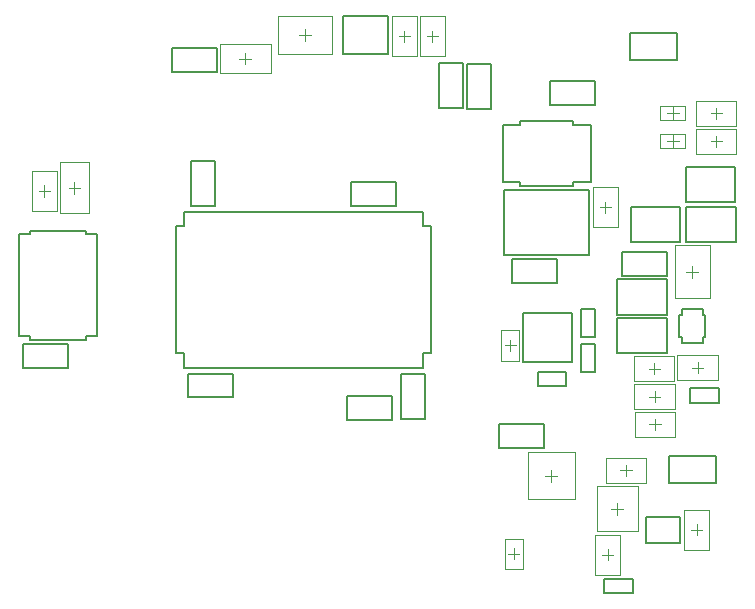
<source format=gbr>
G04*
G04 #@! TF.GenerationSoftware,Altium Limited,Altium Designer,25.1.2 (22)*
G04*
G04 Layer_Color=16711935*
%FSLAX25Y25*%
%MOIN*%
G70*
G04*
G04 #@! TF.SameCoordinates,B1411C34-087D-4BAB-B9BA-D0973F51CA7B*
G04*
G04*
G04 #@! TF.FilePolarity,Positive*
G04*
G01*
G75*
%ADD13C,0.00787*%
%ADD14C,0.00600*%
%ADD79C,0.00394*%
%ADD83C,0.00197*%
D13*
X586606Y453106D02*
X602394Y453106D01*
Y461894D01*
X586606D02*
X602394D01*
X586606Y453106D02*
X586606Y461894D01*
X605232Y405594D02*
X621768D01*
Y417406D01*
X605232Y417406D02*
X621768Y417406D01*
X605232Y405594D02*
Y417406D01*
X605348Y392358D02*
X621883D01*
Y404169D01*
X605348D02*
X621883D01*
X605348Y392358D02*
X605348Y404169D01*
X586985D02*
X603520D01*
X586985Y392358D02*
X586985Y404169D01*
X586985Y392358D02*
X603520D01*
Y404169D01*
X582357Y367106D02*
X598893D01*
X582357Y355295D02*
Y367106D01*
Y355295D02*
X598893D01*
Y367106D01*
X582384Y379984D02*
X598919D01*
X582384Y368173D02*
X582384Y379984D01*
X582384Y368173D02*
X598919Y368173D01*
Y379984D01*
X583996Y388961D02*
X599004D01*
X583996D02*
X583996Y381039D01*
X599004Y381039D01*
X599004Y388961D01*
X606590Y338870D02*
X616433D01*
Y343595D01*
X606590D02*
X616433D01*
X606590Y338870D02*
Y343595D01*
X575004Y438039D02*
Y445961D01*
X559996Y438039D02*
X575004D01*
X559996D02*
Y445961D01*
X575004D01*
X575000Y360735D02*
X575000Y370184D01*
X570276D02*
X575000D01*
X570276D02*
X570276Y360735D01*
X575000D01*
X562321Y378787D02*
Y386709D01*
X547313Y378787D02*
X562321D01*
X547313D02*
Y386709D01*
X562321D01*
X544791Y388103D02*
Y409756D01*
X572940D01*
Y388103D02*
Y409756D01*
X544791Y388103D02*
X572940D01*
X599606Y312106D02*
Y320894D01*
X615394D01*
Y312106D02*
Y320894D01*
X599606Y312106D02*
X615394D01*
X603398Y292064D02*
Y300726D01*
X591965Y292064D02*
X603398D01*
X591965D02*
Y300726D01*
X603398D01*
X578006Y275291D02*
X578006Y280016D01*
X587849D01*
X587849Y275291D01*
X578006D02*
X587849D01*
X558008Y323669D02*
Y331591D01*
X543000Y323669D02*
X558008D01*
X543000D02*
Y331591D01*
X558008D01*
X551154Y352331D02*
X567492D01*
X551154D02*
Y368669D01*
X567492D01*
Y352331D02*
Y368669D01*
X565394Y344441D02*
Y349165D01*
X555945Y344441D02*
X565394D01*
X555945D02*
Y349165D01*
X565394D01*
X570264Y358355D02*
X574988D01*
Y348907D02*
Y358355D01*
X570264Y348907D02*
X574988D01*
X570264D02*
Y358355D01*
X491020Y467878D02*
X505980D01*
Y455122D02*
Y467878D01*
X491020Y455122D02*
X505980D01*
X491020D02*
Y467878D01*
X384496Y350539D02*
X399504D01*
Y358461D01*
X384496D02*
X399504D01*
X384496Y350539D02*
Y358461D01*
X530961Y436996D02*
Y452004D01*
X523039D02*
X530961D01*
X523039Y436996D02*
Y452004D01*
Y436996D02*
X530961D01*
X540461Y436839D02*
Y451847D01*
X532539D02*
X540461D01*
X532539Y436839D02*
Y451847D01*
Y436839D02*
X540461D01*
X433996Y456961D02*
X449004D01*
X433996Y449039D02*
Y456961D01*
Y449039D02*
X449004D01*
Y456961D01*
X510401Y333542D02*
Y348550D01*
Y333542D02*
X518323D01*
Y348550D01*
X510401D02*
X518323D01*
X439241Y340628D02*
X454249D01*
Y348550D01*
X439241D02*
X454249D01*
X439241Y340628D02*
Y348550D01*
X493617Y404450D02*
X508625D01*
Y412372D01*
X493617D02*
X508625D01*
X493617Y404450D02*
Y412372D01*
X448301Y404450D02*
Y419458D01*
X440379D02*
X448301D01*
X440379Y404450D02*
Y419458D01*
Y404450D02*
X448301D01*
X492339Y333039D02*
X507347D01*
Y340961D01*
X492339D02*
X507347D01*
X492339Y333039D02*
Y340961D01*
D14*
X611850Y360800D02*
Y367900D01*
X610919Y360800D02*
X611850D01*
X603150D02*
X604081D01*
X603150D02*
Y367900D01*
X604081Y367900D01*
X610919D02*
X611850Y367900D01*
X610919Y367900D02*
Y369900D01*
Y358800D02*
Y360800D01*
X604081Y358800D02*
X610919Y358800D01*
X604081Y358800D02*
Y360800D01*
Y367900D02*
Y369900D01*
X610919D01*
X544400Y431550D02*
X550150D01*
Y432850D01*
X567850D01*
Y431550D02*
Y432850D01*
Y431550D02*
X573600D01*
Y412450D02*
Y431550D01*
X567850Y412450D02*
X573600D01*
X567850Y411150D02*
Y412450D01*
X550150Y411150D02*
X567850D01*
X550150D02*
Y412450D01*
X544400D02*
X550150D01*
X544400D02*
Y431550D01*
X409000Y361050D02*
Y394950D01*
X405350Y361050D02*
X409000D01*
X383000D02*
X386650D01*
X383000D02*
Y394950D01*
X386650D01*
X405350D02*
X409000D01*
X405350D02*
Y396150D01*
Y359850D02*
Y361050D01*
X386650Y359850D02*
X405350D01*
X386650D02*
Y361050D01*
Y394950D02*
Y396150D01*
X405350D01*
X438205Y350550D02*
Y355250D01*
X435500Y355250D02*
X438205Y355250D01*
X435500Y355250D02*
Y397750D01*
X438205Y397750D01*
Y402450D01*
X517795D01*
Y397750D02*
Y402450D01*
Y397750D02*
X520500Y397750D01*
Y355250D02*
Y397750D01*
X517795Y355250D02*
X520500Y355250D01*
X517795Y350550D02*
Y355250D01*
X438205Y350550D02*
X517795D01*
D79*
X576598Y403948D02*
X580338D01*
X578468Y402078D02*
Y405818D01*
X594890Y339023D02*
Y342763D01*
X593019Y340893D02*
X596760D01*
X595037Y329755D02*
Y333496D01*
X593167Y331626D02*
X596907D01*
X609214Y348639D02*
Y352379D01*
X607344Y350509D02*
X611085D01*
X594829Y348291D02*
Y352031D01*
X592958Y350161D02*
X596699D01*
X605532Y382500D02*
X609469D01*
X607500Y380532D02*
Y384469D01*
X607056Y296509D02*
X610796D01*
X608926Y294639D02*
Y298379D01*
X615500Y433398D02*
Y437138D01*
X613630Y435268D02*
X617370D01*
X615500Y424130D02*
Y427870D01*
X613630Y426000D02*
X617370D01*
X582500Y301504D02*
Y305441D01*
X580532Y303472D02*
X584469D01*
X585358Y314413D02*
Y318154D01*
X583488Y316283D02*
X587228D01*
X558532Y314500D02*
X562468D01*
X560500Y312531D02*
Y316469D01*
X401516Y408546D02*
Y412483D01*
X399548Y410515D02*
X403485D01*
X391461Y407513D02*
Y411253D01*
X389591Y409383D02*
X393331D01*
X579277Y286232D02*
Y289972D01*
X577407Y288102D02*
X581147D01*
X548000Y286571D02*
Y290311D01*
X546130Y288441D02*
X549870D01*
X546807Y356088D02*
Y359828D01*
X544937Y357958D02*
X548677D01*
X520768Y459130D02*
Y462870D01*
X518898Y461000D02*
X522638D01*
X476421Y461500D02*
X480358D01*
X478390Y459531D02*
Y463469D01*
X511500Y459130D02*
Y462870D01*
X509630Y461000D02*
X513370D01*
X601000Y424031D02*
Y427969D01*
X599031Y426000D02*
X602969D01*
X601000Y433532D02*
Y437468D01*
X599031Y435500D02*
X602969D01*
X458469Y451571D02*
Y455508D01*
X456500Y453539D02*
X460437D01*
D83*
X582602Y397255D02*
Y410641D01*
X574334Y397255D02*
Y410641D01*
Y397255D02*
X582602D01*
X574334Y410641D02*
X582602D01*
X588197Y345027D02*
X601582D01*
X588197Y336759D02*
X601582D01*
Y345027D01*
X588197Y336759D02*
Y345027D01*
X588344Y327492D02*
X601730Y327492D01*
X588344Y335759D02*
X601730D01*
X588344Y327492D02*
Y335759D01*
X601730Y327492D02*
Y335759D01*
X602522Y354643D02*
X615907Y354643D01*
X602522Y346375D02*
X615907D01*
X615907Y354643D02*
X615907Y346375D01*
X602522D02*
Y354643D01*
X588136Y346027D02*
X601521Y346027D01*
X588136Y354295D02*
X601521D01*
X588136D02*
X588136Y346027D01*
X601521Y346027D02*
Y354295D01*
X613209Y373642D02*
Y391358D01*
X601791Y373642D02*
Y391358D01*
X601791Y373642D02*
X613209D01*
X601791Y391358D02*
X613209D01*
X604792Y289816D02*
Y303202D01*
X613060Y289816D02*
Y303202D01*
X604792D02*
X613060D01*
X604792Y289816D02*
X613060D01*
X608807Y431134D02*
X622193D01*
X608807Y439402D02*
X622193D01*
X608807Y431134D02*
Y439402D01*
X622193Y431134D02*
Y439402D01*
X608807Y421866D02*
X622193Y421866D01*
X608807Y430134D02*
X622193Y430134D01*
X608807Y421866D02*
Y430134D01*
X622193Y421866D02*
Y430134D01*
X575610Y295894D02*
X589390D01*
X575610Y311051D02*
X589390D01*
Y295894D02*
Y311051D01*
X575610Y295894D02*
Y311051D01*
X578665Y312150D02*
X592051D01*
X578665Y320417D02*
X592051D01*
X578665Y312150D02*
Y320417D01*
X592051Y312150D02*
Y320417D01*
X552626Y306626D02*
X553905D01*
X552626Y322374D02*
X553905Y322374D01*
X567095D02*
X568374Y322374D01*
X567095Y306626D02*
X568374Y306626D01*
X568374Y306626D02*
Y322374D01*
X552626Y306626D02*
Y322374D01*
X553905Y306626D02*
X567095Y306626D01*
X553905Y322374D02*
X567095D01*
X396595Y418979D02*
X406437D01*
X396595Y402050D02*
X406437D01*
X396595D02*
Y418979D01*
X406437Y402050D02*
Y418979D01*
X387327Y402690D02*
X395595D01*
X387327Y416076D02*
X395595D01*
Y402690D02*
Y416076D01*
X387327Y402690D02*
Y416076D01*
X575143Y281410D02*
X583411D01*
X575143Y294795D02*
X583411D01*
Y281410D02*
Y294795D01*
X575143Y281410D02*
Y294795D01*
X545047Y283323D02*
X550953D01*
X545047Y293559D02*
X550953D01*
Y283323D02*
Y293559D01*
X545047Y283323D02*
Y293559D01*
X543854Y352840D02*
X549760Y352840D01*
X543854Y363076D02*
X549760D01*
Y352840D02*
Y363076D01*
X543854Y352840D02*
Y363076D01*
X516634Y467693D02*
X524902D01*
X516634Y454307D02*
X524902D01*
X516634D02*
Y467693D01*
X524902Y454307D02*
Y467693D01*
X469335Y455201D02*
Y467799D01*
X487445Y455201D02*
Y467799D01*
X469335Y455201D02*
X487445Y455201D01*
X469335Y467799D02*
X487445Y467799D01*
X507366Y467693D02*
X515634D01*
X507366Y454307D02*
X515634D01*
X507366D02*
Y467693D01*
X515634Y454307D02*
Y467693D01*
X596866Y428362D02*
X605134D01*
X596866Y423638D02*
X605134D01*
X605134Y428362D01*
X596866D02*
X596866Y423638D01*
X596866Y437862D02*
X605134D01*
X596866Y433138D02*
X605134D01*
Y437862D01*
X596866Y433138D02*
X596866Y437862D01*
X450004Y448618D02*
X466933D01*
X450004Y458460D02*
X466933D01*
X450004Y448618D02*
Y458460D01*
X466933Y448618D02*
Y458460D01*
M02*

</source>
